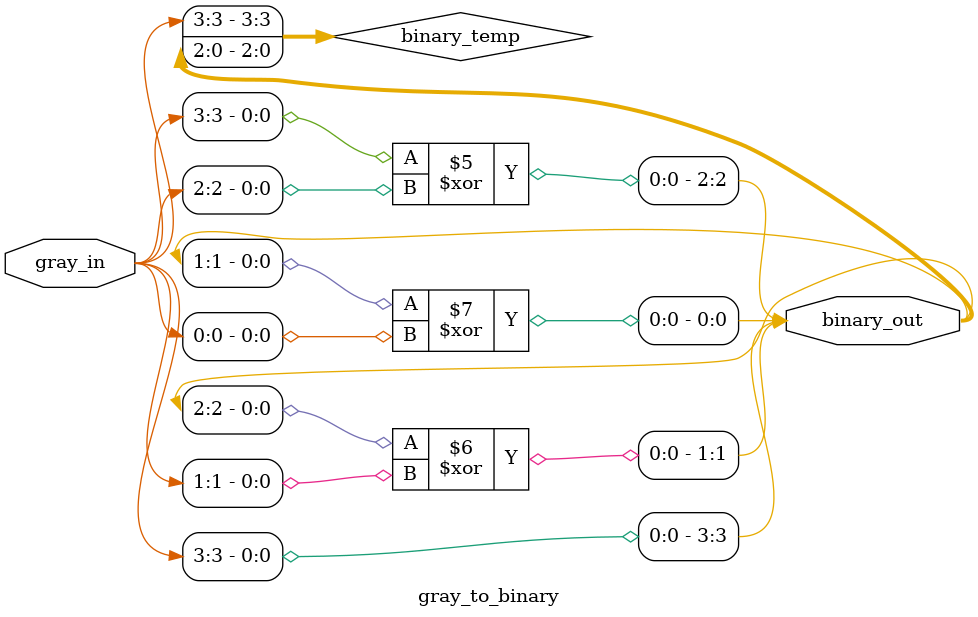
<source format=sv>
/******************************************************************************
***                                                                         ***
*** Ece 527L Experiment #4                      German Zepeda, Spring 2019  ***
*** Experiment #4, FIFO                                                     ***
*******************************************************************************
*** Filename: GrayToBin.sv                                                  ***
***                                                                         ***
*** this files converts gray to binary                                      ***
*******************************************************************************
*/

`timescale 1ps/1ps

module gray_to_binary#( SIZE=4) (
    input        [SIZE-1:0] gray_in,
    output logic [SIZE-1:0] binary_out	
);

logic [SIZE-1:0] binary_temp;
assign binary_out = {gray_in[SIZE-1], binary_temp[SIZE-2:0]};

//this does gray to binary conversion what ws this even doing lmao
always_comb begin : proc_conver
    binary_temp = 0;
	for (int i = SIZE-1; i >= 0; i--)
	 begin
         if( i == SIZE-1) begin
             binary_temp[i] = gray_in[i];
         end
         else begin
             binary_temp[i] = binary_temp[i+1] ^ gray_in[i];
         end
	end
end
endmodule

</source>
